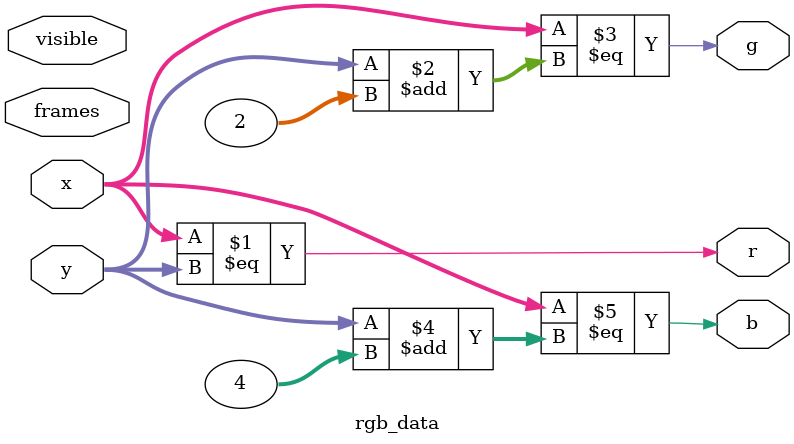
<source format=v>
module rgb_data(
	input wire [7:0] frames,
	input wire [9:0] x,
	input wire [9:0] y,
	input wire visible,
	output wire r,
	output wire g,
	output wire b
	);

assign r = (x == y);
assign g = (x == y + 2);
assign b = (x == y + 4);
	
endmodule


</source>
